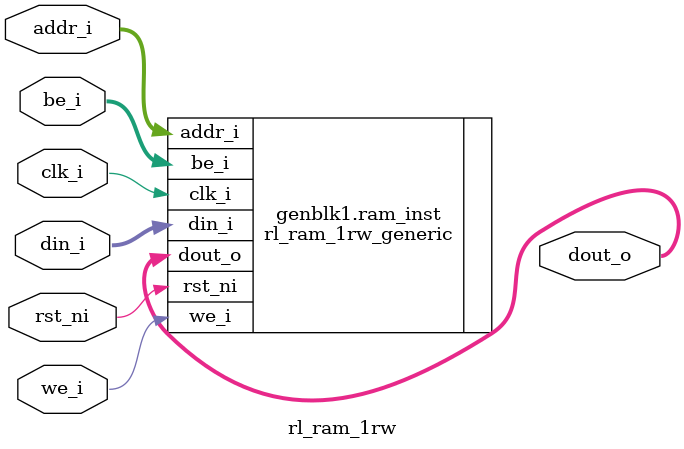
<source format=sv>



module rl_ram_1rw #(
  parameter ABITS      = 10,
  parameter DBITS      = 32,
  parameter TECHNOLOGY = "GENERIC",
  parameter INIT_FILE  = ""
)
(
  input                    rst_ni,
  input                    clk_i,

  input  [ ABITS     -1:0] addr_i,
  input                    we_i,
  input  [(DBITS+7)/8-1:0] be_i,
  input  [ DBITS     -1:0] din_i,
  output [ DBITS     -1:0] dout_o
);
  //////////////////////////////////////////////////////////////////
  //
  // Module Body
  //
generate

  if (TECHNOLOGY == "N3X" ||
      TECHNOLOGY == "n3x" )
  begin
      /*
       * eASIC N3X
       */
      rl_ram_1rw_easic_n3x #(
        .ABITS ( ABITS ),
        .DBITS ( DBITS ) )
      ram_inst (
        .rst_ni ( rst_ni ),
        .clk_i  ( clk_i  ),

        .addr_i ( addr_i ),
        .we_i   ( we_i   ),
        .be_i   ( be_i   ),
        .din_i  ( din_i  ),
        .dout_o ( dout_o )
      );
  end
  else // (TECHNOLOGY == "GENERIC")
  begin
      /*
       * GENERIC  -- inferrable memory
       */
      initial $display ("INFO   : No memory technology specified. Using generic inferred memory (%m)");

      rl_ram_1rw_generic #(
        .ABITS     ( ABITS    ),
        .DBITS     ( DBITS    ),
        .INIT_FILE ( INIT_FILE) )
      ram_inst (
        .rst_ni ( rst_ni ),
        .clk_i  ( clk_i  ),

        .addr_i ( addr_i ),
        .we_i   ( we_i   ),
        .be_i   ( be_i   ),
        .din_i  ( din_i  ),
        .dout_o ( dout_o )
      );
  end

endgenerate

endmodule



</source>
